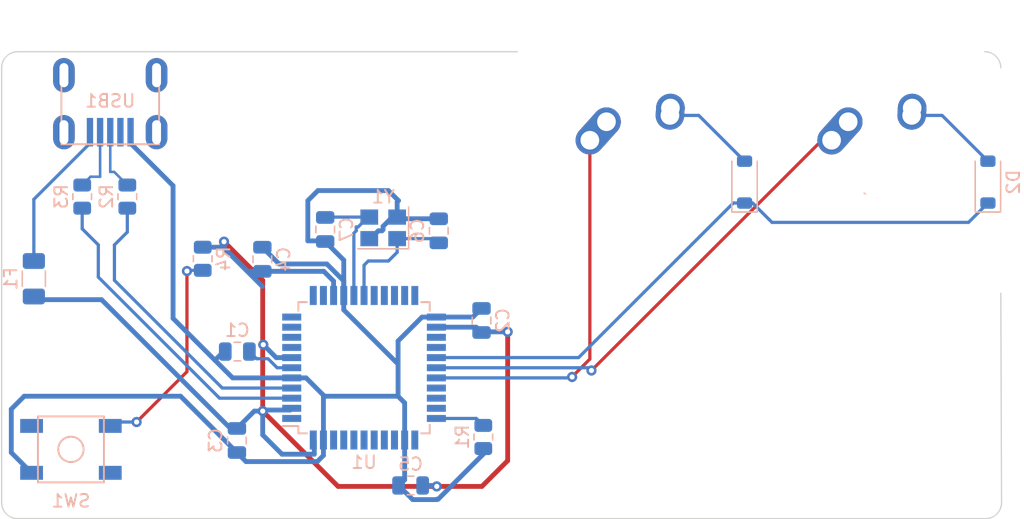
<source format=kicad_pcb>
(kicad_pcb (version 20221018) (generator pcbnew)
  (layers (0 "F.Cu" signal) (31 "B.Cu" signal) (34 "B.Paste" user) (35 "F.Paste" user) (36 "B.SilkS" user "B.Silkscreen") (37 "F.SilkS" user "F.Silkscreen") (38 "B.Mask" user) (39 "F.Mask" user) (44 "Edge.Cuts" user))
  (net 0 "")
  (net 1 "Net-(U1-UCAP)")
  (net 2 "GND")
  (net 3 "+5V")
  (net 4 "Net-(U1-XTAL1)")
  (net 5 "Net-(U1-XTAL2)")
  (net 6 "ROW0")
  (net 7 "Net-(D1-A)")
  (net 8 "Net-(D2-A)")
  (net 9 "VCC")
  (net 10 "COL0")
  (net 11 "COL1")
  (net 12 "Net-(U1-~{HWB}{slash}PE2)")
  (net 13 "D+")
  (net 14 "Net-(U1-D+)")
  (net 15 "D-")
  (net 16 "Net-(U1-D-)")
  (net 17 "Net-(U1-~{RESET})")
  (footprint "MX_Alps_Hybrid:MX-1U-NoLED" (layer "F.Cu") (at 133.985 81.915)
    (fp_text reference "MX2")
    (fp_text value "MX-NoLED")
    (pad "" np_thru_hole circle (at -5.08 0 48.0996) (size 1.75 1.75) (drill 1.75) (layers "*.Cu" "*.Mask"))
    (pad "" np_thru_hole circle (at 0 0) (size 3.9878 3.9878) (drill 3.9878) (layers "*.Cu" "*.Mask"))
    (pad "" np_thru_hole circle (at 5.08 0 48.0996) (size 1.75 1.75) (drill 1.75) (layers "*.Cu" "*.Mask"))
    (pad "1" thru_hole oval (at -3.81 -2.54 48.0996) (size 4.211556 2.25) (drill 1.47 (offset 0.980778 0)) (layers "*.Cu" "B.Mask") (net 11 "COL1"))
    (pad "1" thru_hole circle (at -2.5 -4) (size 2.25 2.25) (drill 1.47) (layers "*.Cu" "B.Mask") (net 11 "COL1"))
    (pad "2" thru_hole oval (at 2.5 -4.5 86.0548) (size 2.831378 2.25) (drill 1.47 (offset 0.290689 0)) (layers "*.Cu" "B.Mask") (net 8 "Net-(D2-A)"))
    (pad "2" thru_hole circle (at 2.54 -5.08) (size 2.25 2.25) (drill 1.47) (layers "*.Cu" "B.Mask") (net 8 "Net-(D2-A)"))
  )
  (footprint "MX_Alps_Hybrid:MX-1U-NoLED" (layer "F.Cu") (at 114.935 81.915)
    (fp_text reference "MX1")
    (fp_text value "MX-NoLED")
    (pad "" np_thru_hole circle (at -5.08 0 48.0996) (size 1.75 1.75) (drill 1.75) (layers "*.Cu" "*.Mask"))
    (pad "" np_thru_hole circle (at 0 0) (size 3.9878 3.9878) (drill 3.9878) (layers "*.Cu" "*.Mask"))
    (pad "" np_thru_hole circle (at 5.08 0 48.0996) (size 1.75 1.75) (drill 1.75) (layers "*.Cu" "*.Mask"))
    (pad "1" thru_hole oval (at -3.81 -2.54 48.0996) (size 4.211556 2.25) (drill 1.47 (offset 0.980778 0)) (layers "*.Cu" "B.Mask") (net 10 "COL0"))
    (pad "1" thru_hole circle (at -2.5 -4) (size 2.25 2.25) (drill 1.47) (layers "*.Cu" "B.Mask") (net 10 "COL0"))
    (pad "2" thru_hole oval (at 2.5 -4.5 86.0548) (size 2.831378 2.25) (drill 1.47 (offset 0.290689 0)) (layers "*.Cu" "B.Mask") (net 7 "Net-(D1-A)"))
    (pad "2" thru_hole circle (at 2.54 -5.08) (size 2.25 2.25) (drill 1.47) (layers "*.Cu" "B.Mask") (net 7 "Net-(D1-A)"))
  )
  (footprint "Crystal:Crystal_SMD_3225-4Pin_3.2x2.5mm" (layer "B.Cu") (at 94.841 86.286 180)
    (fp_text reference "Y1" (at 0 2.45) (layer "B.SilkS") (effects (justify mirror)))
    (fp_text value "Crystal_GND24_Small")
    (fp_line (start -2 -1.65) (end 2 -1.65) (stroke (width 0.12)) (layer "B.SilkS"))
    (fp_line (start -2 1.65) (end -2 -1.65) (stroke (width 0.12)) (layer "B.SilkS"))
    (pad "1" smd rect (at -1.1 -0.85 180) (size 1.4 1.2) (layers "B.Cu" "B.Paste" "B.Mask") (net 4 "Net-(U1-XTAL1)"))
    (pad "2" smd rect (at 1.1 -0.85 180) (size 1.4 1.2) (layers "B.Cu" "B.Paste" "B.Mask") (net 2 "GND"))
    (pad "3" smd rect (at 1.1 0.85 180) (size 1.4 1.2) (layers "B.Cu" "B.Paste" "B.Mask") (net 5 "Net-(U1-XTAL2)"))
    (pad "4" smd rect (at -1.1 0.85 180) (size 1.4 1.2) (layers "B.Cu" "B.Paste" "B.Mask") (net 2 "GND"))
  )
  (footprint "Capacitor_SMD:C_0805_2012Metric" (layer "B.Cu") (at 83.312 103.058 -90)
    (fp_text reference "C3" (at 0 1.68 90) (layer "B.SilkS") (effects (justify mirror)))
    (fp_text value "0.1uF")
    (fp_line (start -0.261252 -0.735) (end 0.261252 -0.735) (stroke (width 0.12)) (layer "B.SilkS"))
    (fp_line (start -0.261252 0.735) (end 0.261252 0.735) (stroke (width 0.12)) (layer "B.SilkS"))
    (pad "1" smd roundrect (at -0.95 0 270) (size 1 1.45) (layers "B.Cu" "B.Paste" "B.Mask") (net 3 "+5V"))
    (pad "2" smd roundrect (at 0.95 0 270) (size 1 1.45) (layers "B.Cu" "B.Paste" "B.Mask") (net 2 "GND"))
  )
  (footprint "Resistor_SMD:R_0805_2012Metric" (layer "B.Cu") (at 80.617 88.7225 90)
    (fp_text reference "R4" (at 0 1.65 90) (layer "B.SilkS") (effects (justify mirror)))
    (fp_text value "10k")
    (fp_line (start -0.227064 -0.735) (end 0.227064 -0.735) (stroke (width 0.12)) (layer "B.SilkS"))
    (fp_line (start -0.227064 0.735) (end 0.227064 0.735) (stroke (width 0.12)) (layer "B.SilkS"))
    (pad "1" smd roundrect (at -0.9125 0 90) (size 1.025 1.4) (layers "B.Cu" "B.Paste" "B.Mask") (roundrect_rratio 0.243902) (net 17 "Net-(U1-~{RESET})"))
    (pad "2" smd roundrect (at 0.9125 0 90) (size 1.025 1.4) (layers "B.Cu" "B.Paste" "B.Mask") (roundrect_rratio 0.243902) (net 3 "+5V"))
  )
  (footprint "Capacitor_SMD:C_0805_2012Metric" (layer "B.Cu") (at 90.269 86.413 90)
    (fp_text reference "C7" (at 0 1.68 90) (layer "B.SilkS") (effects (justify mirror)))
    (fp_text value "22pF")
    (fp_line (start -0.261252 -0.735) (end 0.261252 -0.735) (stroke (width 0.12)) (layer "B.SilkS"))
    (fp_line (start -0.261252 0.735) (end 0.261252 0.735) (stroke (width 0.12)) (layer "B.SilkS"))
    (pad "1" smd roundrect (at -0.95 0 90) (size 1 1.45) (layers "B.Cu" "B.Paste" "B.Mask") (net 2 "GND"))
    (pad "2" smd roundrect (at 0.95 0 90) (size 1 1.45) (layers "B.Cu" "B.Paste" "B.Mask") (net 5 "Net-(U1-XTAL2)"))
  )
  (footprint "Capacitor_SMD:C_0805_2012Metric" (layer "B.Cu") (at 102.588 93.591 90)
    (fp_text reference "C2" (at 0 1.68 90) (layer "B.SilkS") (effects (justify mirror)))
    (fp_text value "0.1uF")
    (fp_line (start -0.261252 -0.735) (end 0.261252 -0.735) (stroke (width 0.12)) (layer "B.SilkS"))
    (fp_line (start -0.261252 0.735) (end 0.261252 0.735) (stroke (width 0.12)) (layer "B.SilkS"))
    (pad "1" smd roundrect (at -0.95 0 90) (size 1 1.45) (layers "B.Cu" "B.Paste" "B.Mask") (net 3 "+5V"))
    (pad "2" smd roundrect (at 0.95 0 90) (size 1 1.45) (layers "B.Cu" "B.Paste" "B.Mask") (net 2 "GND"))
  )
  (footprint "random-keyboard-parts:Molex-0548190589" (layer "B.Cu") (at 73.33 74.24 -90)
    (fp_text reference "USB1" (at 2.032 0 -360) (layer "B.SilkS") (effects (justify mirror)))
    (fp_text value "Molex-0548190589")
    (fp_line (start 0 -3.85) (end 5.45 -3.85) (stroke (width 0.15)) (layer "B.SilkS"))
    (fp_line (start 0 3.85) (end 5.45 3.85) (stroke (width 0.15)) (layer "B.SilkS"))
    (fp_line (start 5.45 3.85) (end 5.45 -3.85) (stroke (width 0.15)) (layer "B.SilkS"))
    (pad "1" smd rect (at 4.5 -1.6 270) (size 2.25 0.5) (layers "B.Cu" "B.Paste" "B.Mask") (net 2 "GND"))
    (pad "2" smd rect (at 4.5 -0.8 270) (size 2.25 0.5) (layers "B.Cu" "B.Paste" "B.Mask"))
    (pad "3" smd rect (at 4.5 0 270) (size 2.25 0.5) (layers "B.Cu" "B.Paste" "B.Mask") (net 13 "D+"))
    (pad "4" smd rect (at 4.5 0.8 270) (size 2.25 0.5) (layers "B.Cu" "B.Paste" "B.Mask") (net 15 "D-"))
    (pad "5" smd rect (at 4.5 1.6 270) (size 2.25 0.5) (layers "B.Cu" "B.Paste" "B.Mask") (net 9 "VCC"))
    (pad "6" thru_hole oval (at 0 -3.65 270) (size 2.7 1.7) (drill oval 1.9 0.7) (layers "*.Cu" "*.Mask"))
    (pad "6" thru_hole oval (at 0 3.65 270) (size 2.7 1.7) (drill oval 1.9 0.7) (layers "*.Cu" "*.Mask"))
    (pad "6" thru_hole oval (at 4.5 -3.65 270) (size 2.7 1.7) (drill oval 1.9 0.7) (layers "*.Cu" "*.Mask"))
    (pad "6" thru_hole oval (at 4.5 3.65 270) (size 2.7 1.7) (drill oval 1.9 0.7) (layers "*.Cu" "*.Mask"))
  )
  (footprint "Diode_SMD:D_SOD-123" (layer "B.Cu") (at 123.317 82.677 90)
    (fp_text reference "D1" (at -0.381 10.001 90) (layer "B.SilkS") (effects (justify mirror)))
    (fp_text value "D_Small")
    (fp_line (start -2.36 -1) (end 1.65 -1) (stroke (width 0.12)) (layer "B.SilkS"))
    (fp_line (start -2.36 1) (end -2.36 -1) (stroke (width 0.12)) (layer "B.SilkS"))
    (fp_line (start -2.36 1) (end 1.65 1) (stroke (width 0.12)) (layer "B.SilkS"))
    (pad "1" smd roundrect (at -1.65 0 90) (size 0.9 1.2) (layers "B.Cu" "B.Paste" "B.Mask") (net 6 "ROW0"))
    (pad "2" smd roundrect (at 1.65 0 90) (size 0.9 1.2) (layers "B.Cu" "B.Paste" "B.Mask") (net 7 "Net-(D1-A)"))
  )
  (footprint "Fuse:Fuse_1206_3216Metric" (layer "B.Cu") (at 67.31 90.3 -90)
    (fp_text reference "F1" (at 0 1.82 90) (layer "B.SilkS") (effects (justify mirror)))
    (fp_text value "500mA")
    (fp_line (start -0.602064 -0.91) (end 0.602064 -0.91) (stroke (width 0.12)) (layer "B.SilkS"))
    (fp_line (start -0.602064 0.91) (end 0.602064 0.91) (stroke (width 0.12)) (layer "B.SilkS"))
    (pad "1" smd roundrect (at -1.4 0 270) (size 1.25 1.75) (layers "B.Cu" "B.Paste" "B.Mask") (roundrect_rratio 0.2) (net 9 "VCC"))
    (pad "2" smd roundrect (at 1.4 0 270) (size 1.25 1.75) (layers "B.Cu" "B.Paste" "B.Mask") (roundrect_rratio 0.2) (net 3 "+5V"))
  )
  (footprint "Resistor_SMD:R_0805_2012Metric" (layer "B.Cu") (at 102.728 102.781 -90)
    (fp_text reference "R1" (at 0 1.65 90) (layer "B.SilkS") (effects (justify mirror)))
    (fp_text value "10k")
    (fp_line (start -0.227064 -0.735) (end 0.227064 -0.735) (stroke (width 0.12)) (layer "B.SilkS"))
    (fp_line (start -0.227064 0.735) (end 0.227064 0.735) (stroke (width 0.12)) (layer "B.SilkS"))
    (pad "1" smd roundrect (at -0.9125 0 270) (size 1.025 1.4) (layers "B.Cu" "B.Paste" "B.Mask") (roundrect_rratio 0.243902) (net 12 "Net-(U1-~{HWB}{slash}PE2)"))
    (pad "2" smd roundrect (at 0.9125 0 270) (size 1.025 1.4) (layers "B.Cu" "B.Paste" "B.Mask") (roundrect_rratio 0.243902) (net 2 "GND"))
  )
  (footprint "Package_QFP:TQFP-44_10x10mm_P0.8mm" (layer "B.Cu") (at 93.33 97.32)
    (fp_text reference "U1" (at 0 7.45) (layer "B.SilkS") (effects (justify mirror)))
    (fp_text value "ATmega32U4-A")
    (fp_line (start -5.175 -5.175) (end -5.175 -4.5) (stroke (width 0.15)) (layer "B.SilkS"))
    (fp_line (start -5.175 -5.175) (end -4.5 -5.175) (stroke (width 0.15)) (layer "B.SilkS"))
    (fp_line (start -5.175 4.6) (end -6.45 4.6) (stroke (width 0.15)) (layer "B.SilkS"))
    (fp_line (start -5.175 5.175) (end -5.175 4.6) (stroke (width 0.15)) (layer "B.SilkS"))
    (fp_line (start -5.175 5.175) (end -4.5 5.175) (stroke (width 0.15)) (layer "B.SilkS"))
    (fp_line (start 5.175 -5.175) (end 4.5 -5.175) (stroke (width 0.15)) (layer "B.SilkS"))
    (fp_line (start 5.175 -5.175) (end 5.175 -4.5) (stroke (width 0.15)) (layer "B.SilkS"))
    (fp_line (start 5.175 5.175) (end 4.5 5.175) (stroke (width 0.15)) (layer "B.SilkS"))
    (fp_line (start 5.175 5.175) (end 5.175 4.5) (stroke (width 0.15)) (layer "B.SilkS"))
    (pad "1" smd rect (at -5.7 4) (size 1.5 0.55) (layers "B.Cu" "B.Paste" "B.Mask"))
    (pad "2" smd rect (at -5.7 3.2) (size 1.5 0.55) (layers "B.Cu" "B.Paste" "B.Mask") (net 3 "+5V"))
    (pad "3" smd rect (at -5.7 2.4) (size 1.5 0.55) (layers "B.Cu" "B.Paste" "B.Mask") (net 16 "Net-(U1-D-)"))
    (pad "4" smd rect (at -5.7 1.6) (size 1.5 0.55) (layers "B.Cu" "B.Paste" "B.Mask") (net 14 "Net-(U1-D+)"))
    (pad "5" smd rect (at -5.7 0.8) (size 1.5 0.55) (layers "B.Cu" "B.Paste" "B.Mask") (net 2 "GND"))
    (pad "6" smd rect (at -5.7 0) (size 1.5 0.55) (layers "B.Cu" "B.Paste" "B.Mask") (net 1 "Net-(U1-UCAP)"))
    (pad "7" smd rect (at -5.7 -0.8) (size 1.5 0.55) (layers "B.Cu" "B.Paste" "B.Mask") (net 3 "+5V"))
    (pad "8" smd rect (at -5.7 -1.6) (size 1.5 0.55) (layers "B.Cu" "B.Paste" "B.Mask"))
    (pad "9" smd rect (at -5.7 -2.4) (size 1.5 0.55) (layers "B.Cu" "B.Paste" "B.Mask"))
    (pad "10" smd rect (at -5.7 -3.2) (size 1.5 0.55) (layers "B.Cu" "B.Paste" "B.Mask"))
    (pad "11" smd rect (at -5.7 -4) (size 1.5 0.55) (layers "B.Cu" "B.Paste" "B.Mask"))
    (pad "12" smd rect (at -4 -5.7 270) (size 1.5 0.55) (layers "B.Cu" "B.Paste" "B.Mask"))
    (pad "13" smd rect (at -3.2 -5.7 270) (size 1.5 0.55) (layers "B.Cu" "B.Paste" "B.Mask") (net 17 "Net-(U1-~{RESET})"))
    (pad "14" smd rect (at -2.4 -5.7 270) (size 1.5 0.55) (layers "B.Cu" "B.Paste" "B.Mask") (net 3 "+5V"))
    (pad "15" smd rect (at -1.6 -5.7 270) (size 1.5 0.55) (layers "B.Cu" "B.Paste" "B.Mask") (net 2 "GND"))
    (pad "16" smd rect (at -0.8 -5.7 270) (size 1.5 0.55) (layers "B.Cu" "B.Paste" "B.Mask") (net 5 "Net-(U1-XTAL2)"))
    (pad "17" smd rect (at 0 -5.7 270) (size 1.5 0.55) (layers "B.Cu" "B.Paste" "B.Mask") (net 4 "Net-(U1-XTAL1)"))
    (pad "18" smd rect (at 0.8 -5.7 270) (size 1.5 0.55) (layers "B.Cu" "B.Paste" "B.Mask"))
    (pad "19" smd rect (at 1.6 -5.7 270) (size 1.5 0.55) (layers "B.Cu" "B.Paste" "B.Mask"))
    (pad "20" smd rect (at 2.4 -5.7 270) (size 1.5 0.55) (layers "B.Cu" "B.Paste" "B.Mask"))
    (pad "21" smd rect (at 3.2 -5.7 270) (size 1.5 0.55) (layers "B.Cu" "B.Paste" "B.Mask"))
    (pad "22" smd rect (at 4 -5.7 270) (size 1.5 0.55) (layers "B.Cu" "B.Paste" "B.Mask"))
    (pad "23" smd rect (at 5.7 -4) (size 1.5 0.55) (layers "B.Cu" "B.Paste" "B.Mask") (net 2 "GND"))
    (pad "24" smd rect (at 5.7 -3.2) (size 1.5 0.55) (layers "B.Cu" "B.Paste" "B.Mask") (net 3 "+5V"))
    (pad "25" smd rect (at 5.7 -2.4) (size 1.5 0.55) (layers "B.Cu" "B.Paste" "B.Mask"))
    (pad "26" smd rect (at 5.7 -1.6) (size 1.5 0.55) (layers "B.Cu" "B.Paste" "B.Mask"))
    (pad "27" smd rect (at 5.7 -0.8) (size 1.5 0.55) (layers "B.Cu" "B.Paste" "B.Mask") (net 6 "ROW0"))
    (pad "28" smd rect (at 5.7 0) (size 1.5 0.55) (layers "B.Cu" "B.Paste" "B.Mask") (net 11 "COL1"))
    (pad "29" smd rect (at 5.7 0.8) (size 1.5 0.55) (layers "B.Cu" "B.Paste" "B.Mask") (net 10 "COL0"))
    (pad "30" smd rect (at 5.7 1.6) (size 1.5 0.55) (layers "B.Cu" "B.Paste" "B.Mask"))
    (pad "31" smd rect (at 5.7 2.4) (size 1.5 0.55) (layers "B.Cu" "B.Paste" "B.Mask"))
    (pad "32" smd rect (at 5.7 3.2) (size 1.5 0.55) (layers "B.Cu" "B.Paste" "B.Mask"))
    (pad "33" smd rect (at 5.7 4) (size 1.5 0.55) (layers "B.Cu" "B.Paste" "B.Mask") (net 12 "Net-(U1-~{HWB}{slash}PE2)"))
    (pad "34" smd rect (at 4 5.7 270) (size 1.5 0.55) (layers "B.Cu" "B.Paste" "B.Mask") (net 3 "+5V"))
    (pad "35" smd rect (at 3.2 5.7 270) (size 1.5 0.55) (layers "B.Cu" "B.Paste" "B.Mask") (net 2 "GND"))
    (pad "36" smd rect (at 2.4 5.7 270) (size 1.5 0.55) (layers "B.Cu" "B.Paste" "B.Mask"))
    (pad "37" smd rect (at 1.6 5.7 270) (size 1.5 0.55) (layers "B.Cu" "B.Paste" "B.Mask"))
    (pad "38" smd rect (at 0.8 5.7 270) (size 1.5 0.55) (layers "B.Cu" "B.Paste" "B.Mask"))
    (pad "39" smd rect (at 0 5.7 270) (size 1.5 0.55) (layers "B.Cu" "B.Paste" "B.Mask"))
    (pad "40" smd rect (at -0.8 5.7 270) (size 1.5 0.55) (layers "B.Cu" "B.Paste" "B.Mask"))
    (pad "41" smd rect (at -1.6 5.7 270) (size 1.5 0.55) (layers "B.Cu" "B.Paste" "B.Mask"))
    (pad "42" smd rect (at -2.4 5.7 270) (size 1.5 0.55) (layers "B.Cu" "B.Paste" "B.Mask"))
    (pad "43" smd rect (at -3.2 5.7 270) (size 1.5 0.55) (layers "B.Cu" "B.Paste" "B.Mask") (net 2 "GND"))
    (pad "44" smd rect (at -4 5.7 270) (size 1.5 0.55) (layers "B.Cu" "B.Paste" "B.Mask") (net 3 "+5V"))
  )
  (footprint "Capacitor_SMD:C_0805_2012Metric" (layer "B.Cu") (at 99.21875 86.51875 -90)
    (fp_text reference "C6" (at 0 1.68 90) (layer "B.SilkS") (effects (justify mirror)))
    (fp_text value "22pF")
    (fp_line (start -0.261252 -0.735) (end 0.261252 -0.735) (stroke (width 0.12)) (layer "B.SilkS"))
    (fp_line (start -0.261252 0.735) (end 0.261252 0.735) (stroke (width 0.12)) (layer "B.SilkS"))
    (pad "1" smd roundrect (at -0.95 0 270) (size 1 1.45) (layers "B.Cu" "B.Paste" "B.Mask") (net 2 "GND"))
    (pad "2" smd roundrect (at 0.95 0 270) (size 1 1.45) (layers "B.Cu" "B.Paste" "B.Mask") (net 4 "Net-(U1-XTAL1)"))
  )
  (footprint "Resistor_SMD:R_0805_2012Metric" (layer "B.Cu") (at 71.12 83.82 -90)
    (fp_text reference "R3" (at 0 1.65 90) (layer "B.SilkS") (effects (justify mirror)))
    (fp_text value "22")
    (fp_line (start -0.227064 -0.735) (end 0.227064 -0.735) (stroke (width 0.12)) (layer "B.SilkS"))
    (fp_line (start -0.227064 0.735) (end 0.227064 0.735) (stroke (width 0.12)) (layer "B.SilkS"))
    (pad "1" smd roundrect (at -0.9125 0 270) (size 1.025 1.4) (layers "B.Cu" "B.Paste" "B.Mask") (roundrect_rratio 0.243902) (net 15 "D-"))
    (pad "2" smd roundrect (at 0.9125 0 270) (size 1.025 1.4) (layers "B.Cu" "B.Paste" "B.Mask") (roundrect_rratio 0.243902) (net 16 "Net-(U1-D-)"))
  )
  (footprint "Capacitor_SMD:C_0805_2012Metric" (layer "B.Cu") (at 85.316 88.765 90)
    (fp_text reference "C4" (at 0 1.68 90) (layer "B.SilkS") (effects (justify mirror)))
    (fp_text value "0.1uF")
    (fp_line (start -0.261252 -0.735) (end 0.261252 -0.735) (stroke (width 0.12)) (layer "B.SilkS"))
    (fp_line (start -0.261252 0.735) (end 0.261252 0.735) (stroke (width 0.12)) (layer "B.SilkS"))
    (pad "1" smd roundrect (at -0.95 0 90) (size 1 1.45) (layers "B.Cu" "B.Paste" "B.Mask") (net 3 "+5V"))
    (pad "2" smd roundrect (at 0.95 0 90) (size 1 1.45) (layers "B.Cu" "B.Paste" "B.Mask") (net 2 "GND"))
  )
  (footprint "Capacitor_SMD:C_0805_2012Metric" (layer "B.Cu") (at 97 106.606 180)
    (fp_text reference "C5" (at 0 1.68) (layer "B.SilkS") (effects (justify mirror)))
    (fp_text value "0.1uF")
    (fp_line (start -0.261252 -0.735) (end 0.261252 -0.735) (stroke (width 0.12)) (layer "B.SilkS"))
    (fp_line (start -0.261252 0.735) (end 0.261252 0.735) (stroke (width 0.12)) (layer "B.SilkS"))
    (pad "1" smd roundrect (at -0.95 0 180) (size 1 1.45) (layers "B.Cu" "B.Paste" "B.Mask") (net 3 "+5V"))
    (pad "2" smd roundrect (at 0.95 0 180) (size 1 1.45) (layers "B.Cu" "B.Paste" "B.Mask") (net 2 "GND"))
  )
  (footprint "Resistor_SMD:R_0805_2012Metric" (layer "B.Cu") (at 74.676 83.82 -90)
    (fp_text reference "R2" (at 0 1.65 90) (layer "B.SilkS") (effects (justify mirror)))
    (fp_text value "22")
    (fp_line (start -0.227064 -0.735) (end 0.227064 -0.735) (stroke (width 0.12)) (layer "B.SilkS"))
    (fp_line (start -0.227064 0.735) (end 0.227064 0.735) (stroke (width 0.12)) (layer "B.SilkS"))
    (pad "1" smd roundrect (at -0.9125 0 270) (size 1.025 1.4) (layers "B.Cu" "B.Paste" "B.Mask") (roundrect_rratio 0.243902) (net 13 "D+"))
    (pad "2" smd roundrect (at 0.9125 0 270) (size 1.025 1.4) (layers "B.Cu" "B.Paste" "B.Mask") (roundrect_rratio 0.243902) (net 14 "Net-(U1-D+)"))
  )
  (footprint "random-keyboard-parts:SKQG-1155865" (layer "B.Cu") (at 70.231 103.759 180)
    (fp_text reference "SW1" (at 0 -4.064) (layer "B.SilkS") (effects (justify mirror)))
    (fp_text value "SW_Push")
    (fp_line (start -2.6 -2.6) (end -2.6 2.6) (stroke (width 0.15)) (layer "B.SilkS"))
    (fp_line (start -2.6 2.6) (end 2.6 2.6) (stroke (width 0.15)) (layer "B.SilkS"))
    (fp_line (start 2.6 -2.6) (end -2.6 -2.6) (stroke (width 0.15)) (layer "B.SilkS"))
    (fp_line (start 2.6 2.6) (end 2.6 -2.6) (stroke (width 0.15)) (layer "B.SilkS"))
    (fp_circle (center 0 0) (end 1 0) (stroke (width 0.15)) (fill none) (layer "B.SilkS"))
    (pad "1" smd rect (at 3.1 -1.85 180) (size 1.8 1.1) (layers "B.Cu" "B.Paste" "B.Mask") (net 2 "GND"))
    (pad "2" smd rect (at -3.1 1.85 180) (size 1.8 1.1) (layers "B.Cu" "B.Paste" "B.Mask") (net 17 "Net-(U1-~{RESET})"))
    (pad "3" smd rect (at 3.1 1.85 180) (size 1.8 1.1) (layers "B.Cu" "B.Paste" "B.Mask"))
    (pad "4" smd rect (at -3.1 -1.85 180) (size 1.8 1.1) (layers "B.Cu" "B.Paste" "B.Mask"))
  )
  (footprint "Diode_SMD:D_SOD-123" (layer "B.Cu") (at 142.494 82.677 90)
    (fp_text reference "D2" (at 0 2 90) (layer "B.SilkS") (effects (justify mirror)))
    (fp_text value "D_Small")
    (fp_line (start -2.36 -1) (end 1.65 -1) (stroke (width 0.12)) (layer "B.SilkS"))
    (fp_line (start -2.36 1) (end -2.36 -1) (stroke (width 0.12)) (layer "B.SilkS"))
    (fp_line (start -2.36 1) (end 1.65 1) (stroke (width 0.12)) (layer "B.SilkS"))
    (pad "1" smd roundrect (at -1.65 0 90) (size 0.9 1.2) (layers "B.Cu" "B.Paste" "B.Mask") (net 6 "ROW0"))
    (pad "2" smd roundrect (at 1.65 0 90) (size 0.9 1.2) (layers "B.Cu" "B.Paste" "B.Mask") (net 8 "Net-(D2-A)"))
  )
  (footprint "Capacitor_SMD:C_0805_2012Metric" (layer "B.Cu") (at 83.34375 96.04375 180)
    (fp_text reference "C1" (at 0 1.68) (layer "B.SilkS") (effects (justify mirror)))
    (fp_text value "1uF")
    (fp_line (start -0.261252 -0.735) (end 0.261252 -0.735) (stroke (width 0.12)) (layer "B.SilkS"))
    (fp_line (start -0.261252 0.735) (end 0.261252 0.735) (stroke (width 0.12)) (layer "B.SilkS"))
    (pad "1" smd roundrect (at -0.95 0 180) (size 1 1.45) (layers "B.Cu" "B.Paste" "B.Mask") (net 1 "Net-(U1-UCAP)"))
    (pad "2" smd roundrect (at 0.95 0 180) (size 1 1.45) (layers "B.Cu" "B.Paste" "B.Mask") (net 2 "GND"))
  )
  (gr_arc (start 64.77 73.66) (mid 65.141974 72.761974) (end 66.04 72.39) (stroke (width 0.1)) (layer "Edge.Cuts"))
  (gr_line (start 66.04 72.39) (end 105.41 72.39) (stroke (width 0.1)) (layer "Edge.Cuts"))
  (gr_arc (start 143.568987 107.954513) (mid 143.197013 108.852539) (end 142.298987 109.224513) (stroke (width 0.1)) (layer "Edge.Cuts"))
  (gr_line (start 64.77 73.66) (end 64.77 107.95) (stroke (width 0.1)) (layer "Edge.Cuts"))
  (gr_line (start 66.04 109.22) (end 142.298987 109.224513) (stroke (width 0.1)) (layer "Edge.Cuts"))
  (gr_arc (start 142.24 72.39) (mid 143.138026 72.761974) (end 143.51 73.66) (stroke (width 0.1)) (layer "Edge.Cuts"))
  (gr_line (start 143.51 91.44) (end 143.568987 107.954513) (stroke (width 0.1)) (layer "Edge.Cuts"))
  (gr_arc (start 66.04 109.22) (mid 65.141974 108.848026) (end 64.77 107.95) (stroke (width 0.1)) (layer "Edge.Cuts"))
  (segment (start 84.29375 96.04375) (end 84.856806 96.606806) (width 0.254) (layer "B.Cu") (net 1))
  (segment (start 84.856806 96.606806) (end 85.765194 96.606806) (width 0.254) (layer "B.Cu") (net 1))
  (segment (start 86.478388 97.32) (end 87.63 97.32) (width 0.254) (layer "B.Cu") (net 1))
  (segment (start 85.765194 96.606806) (end 86.478388 97.32) (width 0.254) (layer "B.Cu") (net 1))
  (segment (start 101.909 93.32) (end 99.03 93.32) (width 0.381) (layer "B.Cu") (net 2))
  (segment (start 90.13 104.239658) (end 90.13 103.02) (width 0.381) (layer "B.Cu") (net 2))
  (segment (start 78.872 99.568) (end 83.312 104.008) (width 0.381) (layer "B.Cu") (net 2))
  (segment (start 94.73925 86.51875) (end 94.8315 86.4265) (width 0.381) (layer "B.Cu") (net 2))
  (segment (start 87.63 98.12) (end 82.976856 98.12) (width 0.381) (layer "B.Cu") (net 2))
  (segment (start 90.396658 89.134) (end 91.73 90.467342) (width 0.381) (layer "B.Cu") (net 2))
  (segment (start 96.012 97.033) (end 96.012 95.207) (width 0.381) (layer "B.Cu") (net 2))
  (segment (start 96.012 99.568) (end 90.13 99.568) (width 0.381) (layer "B.Cu") (net 2))
  (segment (start 90.269 87.363) (end 91.73 88.824) (width 0.381) (layer "B.Cu") (net 2))
  (segment (start 95.941 85.436) (end 95.941 84.24025) (width 0.381) (layer "B.Cu") (net 2))
  (segment (start 91.73 91.62) (end 91.73 92.751) (width 0.381) (layer "B.Cu") (net 2))
  (segment (start 87.63 98.12) (end 88.761 98.12) (width 0.381) (layer "B.Cu") (net 2))
  (segment (start 94.8315 86.1645) (end 95.56 85.436) (width 0.381) (layer "B.Cu") (net 2))
  (segment (start 88.761 98.12) (end 90.13 99.489) (width 0.381) (layer "B.Cu") (net 2))
  (segment (start 95.25 83.34375) (end 89.69375 83.34375) (width 0.381) (layer "B.Cu") (net 2))
  (segment (start 65.532 104.01) (end 65.532 100.584) (width 0.381) (layer "B.Cu") (net 2))
  (segment (start 102.588 92.641) (end 101.909 93.32) (width 0.381) (layer "B.Cu") (net 2))
  (segment (start 96.012 97.033) (end 96.012 99.568) (width 0.381) (layer "B.Cu") (net 2))
  (segment (start 82.976856 98.12) (end 81.582428 96.725572) (width 0.381) (layer "B.Cu") (net 2))
  (segment (start 82.26425 96.04375) (end 81.582428 96.725572) (width 0.381) (layer "B.Cu") (net 2))
  (segment (start 89.69375 83.34375) (end 88.9 84.1375) (width 0.381) (layer "B.Cu") (net 2))
  (segment (start 97.1655 107.7215) (end 99.0345 107.7215) (width 0.381) (layer "B.Cu") (net 2))
  (segment (start 86.635 89.134) (end 90.396658 89.134) (width 0.381) (layer "B.Cu") (net 2))
  (segment (start 78.280428 93.423572) (end 78.280428 82.965428) (width 0.381) (layer "B.Cu") (net 2))
  (segment (start 95.941 84.24025) (end 96.04375 84.1375) (width 0.381) (layer "B.Cu") (net 2))
  (segment (start 84.025 104.721) (end 89.648658 104.721) (width 0.381) (layer "B.Cu") (net 2))
  (segment (start 96.53 103.02) (end 96.53 100.086) (width 0.381) (layer "B.Cu") (net 2))
  (segment (start 99.06 107.696) (end 99.161936 107.696) (width 0.381) (layer "B.Cu") (net 2))
  (segment (start 67.131 105.609) (end 65.532 104.01) (width 0.381) (layer "B.Cu") (net 2))
  (segment (start 65.532 100.584) (end 66.548 99.568) (width 0.381) (layer "B.Cu") (net 2))
  (segment (start 94.45625 86.51875) (end 94.73925 86.51875) (width 0.381) (layer "B.Cu") (net 2))
  (segment (start 90.13 99.489) (end 90.13 99.568) (width 0.381) (layer "B.Cu") (net 2))
  (segment (start 96.05 106.606) (end 96.05 106.642) (width 0.381) (layer "B.Cu") (net 2))
  (segment (start 83.312 104.008) (end 84.025 104.721) (width 0.381) (layer "B.Cu") (net 2))
  (segment (start 93.839 87.136) (end 94.45625 86.51875) (width 0.381) (layer "B.Cu") (net 2))
  (segment (start 91.73 90.467342) (end 91.73 91.62) (width 0.381) (layer "B.Cu") (net 2))
  (segment (start 96.012 95.207) (end 97.899 93.32) (width 0.381) (layer "B.Cu") (net 2))
  (segment (start 95.56 85.436) (end 95.941 85.436) (width 0.381) (layer "B.Cu") (net 2))
  (segment (start 91.73 92.751) (end 96.012 97.033) (width 0.381) (layer "B.Cu") (net 2))
  (segment (start 99.161936 107.696) (end 102.728 104.129936) (width 0.381) (layer "B.Cu") (net 2))
  (segment (start 99.0345 107.7215) (end 99.06 107.696) (width 0.381) (layer "B.Cu") (net 2))
  (segment (start 94.8315 86.4265) (end 94.8315 86.1645) (width 0.381) (layer "B.Cu") (net 2))
  (segment (start 66.548 99.568) (end 78.872 99.568) (width 0.381) (layer "B.Cu") (net 2))
  (segment (start 81.582428 96.725572) (end 78.280428 93.423572) (width 0.381) (layer "B.Cu") (net 2))
  (segment (start 88.9 87.3125) (end 90.2185 87.3125) (width 0.381) (layer "B.Cu") (net 2))
  (segment (start 85.316 87.815) (end 86.635 89.134) (width 0.381) (layer "B.Cu") (net 2))
  (segment (start 96.07375 85.56875) (end 95.941 85.436) (width 0.381) (layer "B.Cu") (net 2))
  (segment (start 78.280428 82.965428) (end 74.93 79.615) (width 0.381) (layer "B.Cu") (net 2))
  (segment (start 89.648658 104.721) (end 90.13 104.239658) (width 0.381) (layer "B.Cu") (net 2))
  (segment (start 96.05 106.642) (end 96.53 106.162) (width 0.381) (layer "B.Cu") (net 2))
  (segment (start 96.05 106.606) (end 97.1655 107.7215) (width 0.381) (layer "B.Cu") (net 2))
  (segment (start 82.39375 96.04375) (end 82.26425 96.04375) (width 0.381) (layer "B.Cu") (net 2))
  (segment (start 102.728 104.129936) (end 102.728 103.6935) (width 0.381) (layer "B.Cu") (net 2))
  (segment (start 99.21875 85.56875) (end 96.07375 85.56875) (width 0.381) (layer "B.Cu") (net 2))
  (segment (start 96.04375 84.1375) (end 95.25 83.34375) (width 0.381) (layer "B.Cu") (net 2))
  (segment (start 88.9 84.1375) (end 88.9 87.3125) (width 0.381) (layer "B.Cu") (net 2))
  (segment (start 96.53 100.086) (end 96.012 99.568) (width 0.381) (layer "B.Cu") (net 2))
  (segment (start 74.93 79.615) (end 74.93 78.74) (width 0.381) (layer "B.Cu") (net 2))
  (segment (start 97.899 93.32) (end 99.03 93.32) (width 0.381) (layer "B.Cu") (net 2))
  (segment (start 90.269 87.363) (end 90.2185 87.3125) (width 0.381) (layer "B.Cu") (net 2))
  (segment (start 91.73 88.824) (end 91.73 91.62) (width 0.381) (layer "B.Cu") (net 2))
  (segment (start 90.13 99.568) (end 90.13 103.02) (width 0.381) (layer "B.Cu") (net 2))
  (segment (start 99.386 85.436) (end 99.54 85.59) (width 0.381) (layer "B.Cu") (net 2))
  (segment (start 96.53 106.162) (end 96.53 103.02) (width 0.381) (layer "B.Cu") (net 2))
  (segment (start 93.741 87.136) (end 93.839 87.136) (width 0.381) (layer "B.Cu") (net 2))
  (segment (start 85.344 90.424) (end 85.344 95.504) (width 0.381) (layer "F.Cu") (net 3))
  (segment (start 98.044 106.68) (end 99.06 106.68) (width 0.381) (layer "F.Cu") (net 3))
  (segment (start 104.648 104.648) (end 104.648 94.488) (width 0.381) (layer "F.Cu") (net 3))
  (segment (start 91.285 106.68) (end 98.044 106.68) (width 0.381) (layer "F.Cu") (net 3))
  (segment (start 85.386722 95.504) (end 85.390483 95.500239) (width 0.381) (layer "F.Cu") (net 3))
  (segment (start 82.296 87.376) (end 85.344 90.424) (width 0.381) (layer "F.Cu") (net 3))
  (segment (start 85.390483 95.500239) (end 85.344 95.546722) (width 0.381) (layer "F.Cu") (net 3))
  (segment (start 85.344 100.739) (end 91.285 106.68) (width 0.381) (layer "F.Cu") (net 3))
  (segment (start 102.616 106.68) (end 104.648 104.648) (width 0.381) (layer "F.Cu") (net 3))
  (segment (start 85.344 95.504) (end 85.386722 95.504) (width 0.381) (layer "F.Cu") (net 3))
  (segment (start 99.06 106.68) (end 102.616 106.68) (width 0.381) (layer "F.Cu") (net 3))
  (segment (start 85.344 95.546722) (end 85.344 100.739) (width 0.381) (layer "F.Cu") (net 3))
  (via (at 85.344 100.739) (size 0.8) (drill 0.4) (layers "F.Cu" "B.Cu") (net 3))
  (via (at 104.648 94.488) (size 0.8) (drill 0.4) (layers "F.Cu" "B.Cu") (net 3))
  (via (at 99.06 106.68) (size 0.8) (drill 0.4) (layers "F.Cu" "B.Cu") (net 3))
  (via (at 82.296 87.376) (size 0.8) (drill 0.4) (layers "F.Cu" "B.Cu") (net 3))
  (via (at 85.390483 95.500239) (size 0.8) (drill 0.4) (layers "F.Cu" "B.Cu") (net 3))
  (segment (start 67.558 91.948) (end 72.644 91.948) (width 0.381) (layer "B.Cu") (net 3))
  (segment (start 85.316 89.715) (end 90.156 89.715) (width 0.381) (layer "B.Cu") (net 3))
  (segment (start 98.986 106.606) (end 99.06 106.68) (width 0.381) (layer "B.Cu") (net 3))
  (segment (start 89.408 104.14) (end 89.408 103.098) (width 0.381) (layer "B.Cu") (net 3))
  (segment (start 86.410244 96.52) (end 87.63 96.52) (width 0.381) (layer "B.Cu") (net 3))
  (segment (start 86.868 104.14) (end 89.408 104.14) (width 0.381) (layer "B.Cu") (net 3))
  (segment (start 104.648 94.488) (end 102.641 94.488) (width 0.381) (layer "B.Cu") (net 3))
  (segment (start 89.408 103.098) (end 89.33 103.02) (width 0.381) (layer "B.Cu") (net 3))
  (segment (start 85.390483 95.500239) (end 86.410244 96.52) (width 0.381) (layer "B.Cu") (net 3))
  (segment (start 85.344 100.739) (end 85.344 102.616) (width 0.381) (layer "B.Cu") (net 3))
  (segment (start 102.641 94.488) (end 102.588 94.541) (width 0.381) (layer "B.Cu") (net 3))
  (segment (start 102.167 94.12) (end 99.03 94.12) (width 0.381) (layer "B.Cu") (net 3))
  (segment (start 72.644 91.948) (end 82.804 102.108) (width 0.381) (layer "B.Cu") (net 3))
  (segment (start 84.15875 89.715) (end 85.316 89.715) (width 0.381) (layer "B.Cu") (net 3))
  (segment (start 80.617 87.81) (end 82.25375 87.81) (width 0.381) (layer "B.Cu") (net 3))
  (segment (start 85.4285 100.6545) (end 87.4955 100.6545) (width 0.381) (layer "B.Cu") (net 3))
  (segment (start 67.31 91.7) (end 67.558 91.948) (width 0.381) (layer "B.Cu") (net 3))
  (segment (start 87.4955 100.6545) (end 87.63 100.52) (width 0.381) (layer "B.Cu") (net 3))
  (segment (start 85.344 100.739) (end 84.681 100.739) (width 0.381) (layer "B.Cu") (net 3))
  (segment (start 85.344 102.616) (end 86.868 104.14) (width 0.381) (layer "B.Cu") (net 3))
  (segment (start 85.344 100.739) (end 85.4285 100.6545) (width 0.381) (layer "B.Cu") (net 3))
  (segment (start 82.25375 87.81) (end 84.15875 89.715) (width 0.381) (layer "B.Cu") (net 3))
  (segment (start 82.296 87.884) (end 82.296 87.376) (width 0.381) (layer "B.Cu") (net 3))
  (segment (start 90.156 89.715) (end 90.93 90.489) (width 0.381) (layer "B.Cu") (net 3))
  (segment (start 102.588 94.541) (end 102.167 94.12) (width 0.381) (layer "B.Cu") (net 3))
  (segment (start 84.681 100.739) (end 83.312 102.108) (width 0.381) (layer "B.Cu") (net 3))
  (segment (start 97.95 106.606) (end 98.986 106.606) (width 0.381) (layer "B.Cu") (net 3))
  (segment (start 90.93 90.489) (end 90.93 91.62) (width 0.381) (layer "B.Cu") (net 3))
  (segment (start 85.316 90.904) (end 82.296 87.884) (width 0.381) (layer "B.Cu") (net 3))
  (segment (start 82.804 102.108) (end 83.312 102.108) (width 0.381) (layer "B.Cu") (net 3))
  (segment (start 95.941 87.136) (end 95.941 88.209) (width 0.254) (layer "B.Cu") (net 4))
  (segment (start 93.33 89.2325) (end 93.33 91.62) (width 0.254) (layer "B.Cu") (net 4))
  (segment (start 93.6625 88.9) (end 93.33 89.2325) (width 0.254) (layer "B.Cu") (net 4))
  (segment (start 98.886 87.136) (end 95.941 87.136) (width 0.254) (layer "B.Cu") (net 4))
  (segment (start 95.25 88.9) (end 93.6625 88.9) (width 0.254) (layer "B.Cu") (net 4))
  (segment (start 99.21875 87.46875) (end 98.886 87.136) (width 0.254) (layer "B.Cu") (net 4))
  (segment (start 95.941 88.209) (end 95.25 88.9) (width 0.254) (layer "B.Cu") (net 4))
  (segment (start 93.741 85.436) (end 90.296 85.436) (width 0.254) (layer "B.Cu") (net 5))
  (segment (start 92.868 86.209) (end 92.714 86.209) (width 0.254) (layer "B.Cu") (net 5))
  (segment (start 92.53 86.70275) (end 92.53 91.62) (width 0.254) (layer "B.Cu") (net 5))
  (segment (start 92.714 86.209) (end 92.714 86.51875) (width 0.254) (layer "B.Cu") (net 5))
  (segment (start 93.641 85.436) (end 92.868 86.209) (width 0.254) (layer "B.Cu") (net 5))
  (segment (start 92.714 86.51875) (end 92.53 86.70275) (width 0.254) (layer "B.Cu") (net 5))
  (segment (start 90.296 85.436) (end 90.269 85.463) (width 0.254) (layer "B.Cu") (net 5))
  (segment (start 93.741 85.436) (end 93.641 85.436) (width 0.254) (layer "B.Cu") (net 5))
  (segment (start 110.236 96.52) (end 99.03 96.52) (width 0.254) (layer "B.Cu") (net 6))
  (segment (start 140.969 85.852) (end 142.494 84.327) (width 0.254) (layer "B.Cu") (net 6))
  (segment (start 123.317 84.327) (end 123.951 84.327) (width 0.254) (layer "B.Cu") (net 6))
  (segment (start 125.476 85.852) (end 140.969 85.852) (width 0.254) (layer "B.Cu") (net 6))
  (segment (start 123.317 84.327) (end 122.429 84.327) (width 0.254) (layer "B.Cu") (net 6))
  (segment (start 122.429 84.327) (end 110.236 96.52) (width 0.254) (layer "B.Cu") (net 6))
  (segment (start 123.951 84.327) (end 125.476 85.852) (width 0.254) (layer "B.Cu") (net 6))
  (segment (start 119.705 77.415) (end 123.317 81.027) (width 0.254) (layer "B.Cu") (net 7))
  (segment (start 117.435 77.415) (end 119.705 77.415) (width 0.254) (layer "B.Cu") (net 7))
  (segment (start 138.882 77.415) (end 142.494 81.027) (width 0.254) (layer "B.Cu") (net 8))
  (segment (start 136.485 77.415) (end 138.882 77.415) (width 0.254) (layer "B.Cu") (net 8))
  (segment (start 67.31 88.9) (end 67.31 84.035) (width 0.254) (layer "B.Cu") (net 9))
  (segment (start 67.31 84.035) (end 71.73 79.615) (width 0.254) (layer "B.Cu") (net 9))
  (segment (start 71.73 79.615) (end 71.73 78.74) (width 0.254) (layer "B.Cu") (net 9))
  (segment (start 109.728 98.031866) (end 109.728 98.0465) (width 0.254) (layer "F.Cu") (net 10))
  (segment (start 111.125 79.375) (end 111.125 96.634866) (width 0.254) (layer "F.Cu") (net 10))
  (segment (start 111.125 96.634866) (end 109.728 98.031866) (width 0.254) (layer "F.Cu") (net 10))
  (via (at 109.728 98.0465) (size 0.8) (drill 0.4) (layers "F.Cu" "B.Cu") (net 10))
  (segment (start 109.6545 98.12) (end 99.03 98.12) (width 0.254) (layer "B.Cu") (net 10))
  (segment (start 112.435 78.065) (end 111.125 79.375) (width 0.254) (layer "B.Cu") (net 10))
  (segment (start 112.435 77.915) (end 112.435 78.065) (width 0.254) (layer "B.Cu") (net 10))
  (segment (start 109.728 98.0465) (end 109.6545 98.12) (width 0.254) (layer "B.Cu") (net 10))
  (segment (start 130.175 79.375) (end 129.413 79.375) (width 0.254) (layer "F.Cu") (net 11))
  (segment (start 129.413 79.375) (end 111.252 97.536) (width 0.254) (layer "F.Cu") (net 11))
  (via (at 111.252 97.536) (size 0.8) (drill 0.4) (layers "F.Cu" "B.Cu") (net 11))
  (segment (start 111.036 97.32) (end 99.03 97.32) (width 0.254) (layer "B.Cu") (net 11))
  (segment (start 111.252 97.536) (end 111.036 97.32) (width 0.254) (layer "B.Cu") (net 11))
  (segment (start 102.1795 101.32) (end 99.03 101.32) (width 0.254) (layer "B.Cu") (net 12))
  (segment (start 102.728 101.8685) (end 102.1795 101.32) (width 0.254) (layer "B.Cu") (net 12))
  (segment (start 73.33 81.87075) (end 73.33 78.74) (width 0.2) (layer "B.Cu") (net 13))
  (segment (start 73.33 81.87075) (end 73.63925 81.87075) (width 0.2) (layer "B.Cu") (net 13))
  (segment (start 73.63925 81.87075) (end 74.676 82.9075) (width 0.2) (layer "B.Cu") (net 13))
  (segment (start 82.156 98.92) (end 87.63 98.92) (width 0.254) (layer "B.Cu") (net 14))
  (segment (start 73.66 87.63) (end 73.66 90.424) (width 0.254) (layer "B.Cu") (net 14))
  (segment (start 74.676 84.7325) (end 74.676 86.614) (width 0.254) (layer "B.Cu") (net 14))
  (segment (start 74.676 86.614) (end 73.66 87.63) (width 0.254) (layer "B.Cu") (net 14))
  (segment (start 74.6125 84.796) (end 74.676 84.7325) (width 0.254) (layer "B.Cu") (net 14))
  (segment (start 73.66 90.424) (end 82.156 98.92) (width 0.254) (layer "B.Cu") (net 14))
  (segment (start 72.53 82.25125) (end 72.53 78.74) (width 0.2) (layer "B.Cu") (net 15))
  (segment (start 71.77625 82.25125) (end 71.12 82.9075) (width 0.2) (layer "B.Cu") (net 15))
  (segment (start 72.53 82.25125) (end 71.77625 82.25125) (width 0.2) (layer "B.Cu") (net 15))
  (segment (start 71.12 84.7325) (end 71.12 86.36) (width 0.254) (layer "B.Cu") (net 16))
  (segment (start 71.12 86.36) (end 72.39 87.63) (width 0.254) (layer "B.Cu") (net 16))
  (segment (start 72.39 87.63) (end 72.39 90.17) (width 0.254) (layer "B.Cu") (net 16))
  (segment (start 72.39 90.17) (end 81.94 99.72) (width 0.254) (layer "B.Cu") (net 16))
  (segment (start 81.94 99.72) (end 87.63 99.72) (width 0.254) (layer "B.Cu") (net 16))
  (segment (start 79.375 97.63125) (end 75.40625 101.6) (width 0.254) (layer "F.Cu") (net 17))
  (segment (start 79.375 89.69375) (end 79.375 97.63125) (width 0.254) (layer "F.Cu") (net 17))
  (via (at 79.375 89.69375) (size 0.8) (drill 0.4) (layers "F.Cu" "B.Cu") (net 17))
  (via (at 75.40625 101.6) (size 0.8) (drill 0.4) (layers "F.Cu" "B.Cu") (net 17))
  (segment (start 79.43375 89.635) (end 79.375 89.69375) (width 0.254) (layer "B.Cu") (net 17))
  (segment (start 73.64 101.6) (end 73.331 101.909) (width 0.254) (layer "B.Cu") (net 17))
  (segment (start 80.617 89.635) (end 79.43375 89.635) (width 0.254) (layer "B.Cu") (net 17))
  (segment (start 75.40625 101.6) (end 73.64 101.6) (width 0.254) (layer "B.Cu") (net 17))
)
</source>
